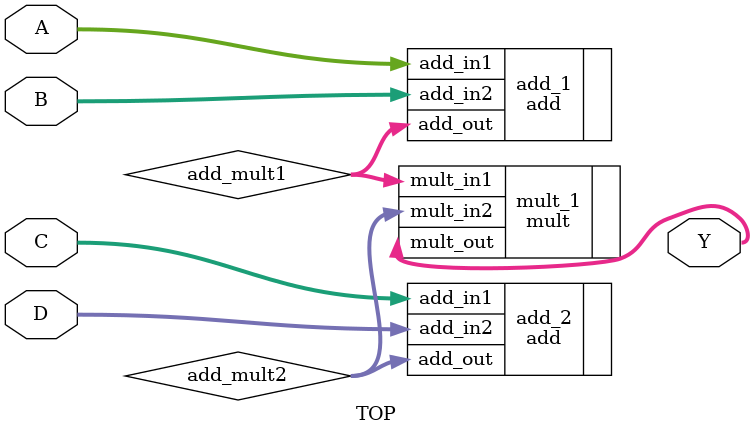
<source format=v>
module  TOP(

     input   wire  [7:0]   A   ,
     input   wire  [7:0]   B   ,
     input   wire  [7:0]   C   ,
     input   wire  [7:0]   D   ,
     
     output  wire  [17:0]  Y   


);		

wire   [8:0]   add_mult1  ;
wire   [8:0]   add_mult2  ;


//调用第一个加法器

add  add_1(

         .add_in1 (A),
         .add_in2 (B),
		
         .add_out (add_mult1)
);

//调用第二个加法器

add   add_2(

         .add_in1 (C),
         .add_in2 (D),
		 
         .add_out (add_mult2)
);

//调用乘法器模块

mult  mult_1(

     .mult_in1 (add_mult1) ,
     .mult_in2 (add_mult2) ,
     
     .mult_out (Y)
    
);


endmodule

</source>
